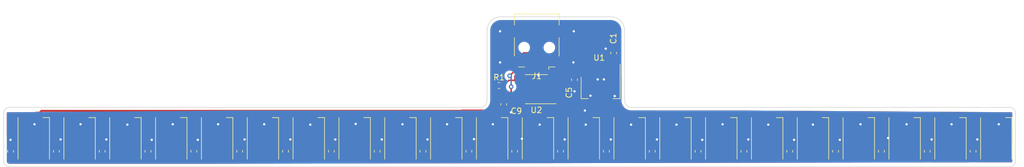
<source format=kicad_pcb>
(kicad_pcb (version 20171130) (host pcbnew "(5.1.2)-2")
  (layers (0 F.Cu signal) (31 B.Cu signal) (34 B.Paste user) (35 F.Paste user) (36 B.SilkS user) (37 F.SilkS user) (38 B.Mask user) (39 F.Mask user) (44 Edge.Cuts user))
  (net 0 "")
  (net 1 /Vin)
  (net 2 GND)
  (net 3 /Vcc)
  (net 4 /Dm)
  (net 5 /P5)
  (net 6 /P2)
  (net 7 /P1)
  (net 8 /P0)
  (net 9 /P4)
  (net 10 /P3)
  (net 11 "Net-(D2-Pad2)")
  (net 12 "Net-(D1-Pad2)")
  (module Package_SO:SOIC-8-1EP_3.9x4.9mm_P1.27mm_EP2.29x3mm (layer F.Cu) (at 157.226 68.0085 180)
    (fp_text reference U2 (at 0 -3.68) (layer F.SilkS))
    (fp_text value ATtiny85-20SU)
    (pad 8 smd roundrect (at 2.475 -1.905 180) (size 1.95 0.6) (layers F.Cu F.Paste F.Mask) (net 3 /Vcc))
    (pad 7 smd roundrect (at 2.475 -0.635 180) (size 1.95 0.6) (layers F.Cu F.Paste F.Mask) (net 6 /P2))
    (pad 6 smd roundrect (at 2.475 0.635 180) (size 1.95 0.6) (layers F.Cu F.Paste F.Mask) (net 7 /P1))
    (pad 5 smd roundrect (at 2.475 1.905 180) (size 1.95 0.6) (layers F.Cu F.Paste F.Mask) (net 8 /P0))
    (pad 4 smd roundrect (at -2.475 1.905 180) (size 1.95 0.6) (layers F.Cu F.Paste F.Mask) (net 2 GND))
    (pad 3 smd roundrect (at -2.475 0.635 180) (size 1.95 0.6) (layers F.Cu F.Paste F.Mask) (net 9 /P4))
    (pad 2 smd roundrect (at -2.475 -0.635 180) (size 1.95 0.6) (layers F.Cu F.Paste F.Mask) (net 10 /P3))
    (pad 1 smd roundrect (at -2.475 -1.905 180) (size 1.95 0.6) (layers F.Cu F.Paste F.Mask) (net 5 /P5))
    (pad 9 smd roundrect (at 0 0 180) (size 2.29 3) (layers F.Cu F.Mask) (roundrect_rratio 0.10917))
  )
  (module LED_SMD:LED_WS2812B_PLCC4_5.0x5.0mm_P3.2mm (layer F.Cu) (at 77.2985 76.6445 90)
    (fp_text reference D1 hide)
    (fp_text value WS2812B)
    (pad 3 smd rect (at 2.45 1.6 90) (size 1.5 1) (layers F.Cu F.Paste F.Mask) (net 2 GND))
    (pad 4 smd rect (at 2.45 -1.6 90) (size 1.5 1) (layers F.Cu F.Paste F.Mask) (net 4 /Dm))
    (pad 2 smd rect (at -2.45 1.6 90) (size 1.5 1) (layers F.Cu F.Paste F.Mask) (net 12 "Net-(D1-Pad2)"))
    (pad 1 smd rect (at -2.45 -1.6 90) (size 1.5 1) (layers F.Cu F.Paste F.Mask) (net 3 /Vcc))
  )
  (module LED_SMD:LED_WS2812B_PLCC4_5.0x5.0mm_P3.2mm (layer F.Cu) (at 101.3625 76.6445 90)
    (fp_text reference D2 hide)
    (fp_text value WS2812B)
    (pad 3 smd rect (at 2.45 1.6 90) (size 1.5 1) (layers F.Cu F.Paste F.Mask) (net 2 GND))
    (pad 4 smd rect (at 2.45 -1.6 90) (size 1.5 1) (layers F.Cu F.Paste F.Mask) (net 12 "Net-(D1-Pad2)"))
    (pad 2 smd rect (at -2.45 1.6 90) (size 1.5 1) (layers F.Cu F.Paste F.Mask) (net 11 "Net-(D2-Pad2)"))
    (pad 1 smd rect (at -2.45 -1.6 90) (size 1.5 1) (layers F.Cu F.Paste F.Mask) (net 3 /Vcc))
  )
  (module LED_SMD:LED_WS2812B_PLCC4_5.0x5.0mm_P3.2mm (layer F.Cu) (at 125.4225 76.6445 90)
    (fp_text reference D2 hide)
    (fp_text value WS2812B)
    (pad 3 smd rect (at 2.45 1.6 90) (size 1.5 1) (layers F.Cu F.Paste F.Mask) (net 2 GND))
    (pad 4 smd rect (at 2.45 -1.6 90) (size 1.5 1) (layers F.Cu F.Paste F.Mask) (net 12 "Net-(D1-Pad2)"))
    (pad 2 smd rect (at -2.45 1.6 90) (size 1.5 1) (layers F.Cu F.Paste F.Mask) (net 11 "Net-(D2-Pad2)"))
    (pad 1 smd rect (at -2.45 -1.6 90) (size 1.5 1) (layers F.Cu F.Paste F.Mask) (net 3 /Vcc))
  )
  (module LED_SMD:LED_WS2812B_PLCC4_5.0x5.0mm_P3.2mm (layer F.Cu) (at 205.6225 76.6445 90)
    (fp_text reference D2 hide)
    (fp_text value WS2812B)
    (pad 3 smd rect (at 2.45 1.6 90) (size 1.5 1) (layers F.Cu F.Paste F.Mask) (net 2 GND))
    (pad 4 smd rect (at 2.45 -1.6 90) (size 1.5 1) (layers F.Cu F.Paste F.Mask) (net 12 "Net-(D1-Pad2)"))
    (pad 2 smd rect (at -2.45 1.6 90) (size 1.5 1) (layers F.Cu F.Paste F.Mask) (net 11 "Net-(D2-Pad2)"))
    (pad 1 smd rect (at -2.45 -1.6 90) (size 1.5 1) (layers F.Cu F.Paste F.Mask) (net 3 /Vcc))
  )
  (module LED_SMD:LED_WS2812B_PLCC4_5.0x5.0mm_P3.2mm (layer F.Cu) (at 237.7025 76.6445 90)
    (fp_text reference D2 hide)
    (fp_text value WS2812B)
    (pad 3 smd rect (at 2.45 1.6 90) (size 1.5 1) (layers F.Cu F.Paste F.Mask) (net 2 GND))
    (pad 4 smd rect (at 2.45 -1.6 90) (size 1.5 1) (layers F.Cu F.Paste F.Mask) (net 12 "Net-(D1-Pad2)"))
    (pad 2 smd rect (at -2.45 1.6 90) (size 1.5 1) (layers F.Cu F.Paste F.Mask) (net 11 "Net-(D2-Pad2)"))
    (pad 1 smd rect (at -2.45 -1.6 90) (size 1.5 1) (layers F.Cu F.Paste F.Mask) (net 3 /Vcc))
  )
  (module LED_SMD:LED_WS2812B_PLCC4_5.0x5.0mm_P3.2mm (layer F.Cu) (at 229.6825 76.6445 90)
    (fp_text reference D2 hide)
    (fp_text value WS2812B)
    (pad 3 smd rect (at 2.45 1.6 90) (size 1.5 1) (layers F.Cu F.Paste F.Mask) (net 2 GND))
    (pad 4 smd rect (at 2.45 -1.6 90) (size 1.5 1) (layers F.Cu F.Paste F.Mask) (net 12 "Net-(D1-Pad2)"))
    (pad 2 smd rect (at -2.45 1.6 90) (size 1.5 1) (layers F.Cu F.Paste F.Mask) (net 11 "Net-(D2-Pad2)"))
    (pad 1 smd rect (at -2.45 -1.6 90) (size 1.5 1) (layers F.Cu F.Paste F.Mask) (net 3 /Vcc))
  )
  (module LED_SMD:LED_WS2812B_PLCC4_5.0x5.0mm_P3.2mm (layer F.Cu) (at 221.6625 76.6445 90)
    (fp_text reference D2 hide)
    (fp_text value WS2812B)
    (pad 3 smd rect (at 2.45 1.6 90) (size 1.5 1) (layers F.Cu F.Paste F.Mask) (net 2 GND))
    (pad 4 smd rect (at 2.45 -1.6 90) (size 1.5 1) (layers F.Cu F.Paste F.Mask) (net 12 "Net-(D1-Pad2)"))
    (pad 2 smd rect (at -2.45 1.6 90) (size 1.5 1) (layers F.Cu F.Paste F.Mask) (net 11 "Net-(D2-Pad2)"))
    (pad 1 smd rect (at -2.45 -1.6 90) (size 1.5 1) (layers F.Cu F.Paste F.Mask) (net 3 /Vcc))
  )
  (module LED_SMD:LED_WS2812B_PLCC4_5.0x5.0mm_P3.2mm (layer F.Cu) (at 213.6425 76.6445 90)
    (fp_text reference D2 hide)
    (fp_text value WS2812B)
    (pad 3 smd rect (at 2.45 1.6 90) (size 1.5 1) (layers F.Cu F.Paste F.Mask) (net 2 GND))
    (pad 4 smd rect (at 2.45 -1.6 90) (size 1.5 1) (layers F.Cu F.Paste F.Mask) (net 12 "Net-(D1-Pad2)"))
    (pad 2 smd rect (at -2.45 1.6 90) (size 1.5 1) (layers F.Cu F.Paste F.Mask) (net 11 "Net-(D2-Pad2)"))
    (pad 1 smd rect (at -2.45 -1.6 90) (size 1.5 1) (layers F.Cu F.Paste F.Mask) (net 3 /Vcc))
  )
  (module LED_SMD:LED_WS2812B_PLCC4_5.0x5.0mm_P3.2mm (layer F.Cu) (at 197.6025 76.6445 90)
    (fp_text reference D2 hide)
    (fp_text value WS2812B)
    (pad 3 smd rect (at 2.45 1.6 90) (size 1.5 1) (layers F.Cu F.Paste F.Mask) (net 2 GND))
    (pad 4 smd rect (at 2.45 -1.6 90) (size 1.5 1) (layers F.Cu F.Paste F.Mask) (net 12 "Net-(D1-Pad2)"))
    (pad 2 smd rect (at -2.45 1.6 90) (size 1.5 1) (layers F.Cu F.Paste F.Mask) (net 11 "Net-(D2-Pad2)"))
    (pad 1 smd rect (at -2.45 -1.6 90) (size 1.5 1) (layers F.Cu F.Paste F.Mask) (net 3 /Vcc))
  )
  (module LED_SMD:LED_WS2812B_PLCC4_5.0x5.0mm_P3.2mm (layer F.Cu) (at 189.5825 76.6445 90)
    (fp_text reference D2 hide)
    (fp_text value WS2812B)
    (pad 3 smd rect (at 2.45 1.6 90) (size 1.5 1) (layers F.Cu F.Paste F.Mask) (net 2 GND))
    (pad 4 smd rect (at 2.45 -1.6 90) (size 1.5 1) (layers F.Cu F.Paste F.Mask) (net 12 "Net-(D1-Pad2)"))
    (pad 2 smd rect (at -2.45 1.6 90) (size 1.5 1) (layers F.Cu F.Paste F.Mask) (net 11 "Net-(D2-Pad2)"))
    (pad 1 smd rect (at -2.45 -1.6 90) (size 1.5 1) (layers F.Cu F.Paste F.Mask) (net 3 /Vcc))
  )
  (module LED_SMD:LED_WS2812B_PLCC4_5.0x5.0mm_P3.2mm (layer F.Cu) (at 181.5625 76.6445 90)
    (fp_text reference D2 hide)
    (fp_text value WS2812B)
    (pad 3 smd rect (at 2.45 1.6 90) (size 1.5 1) (layers F.Cu F.Paste F.Mask) (net 2 GND))
    (pad 4 smd rect (at 2.45 -1.6 90) (size 1.5 1) (layers F.Cu F.Paste F.Mask) (net 12 "Net-(D1-Pad2)"))
    (pad 2 smd rect (at -2.45 1.6 90) (size 1.5 1) (layers F.Cu F.Paste F.Mask) (net 11 "Net-(D2-Pad2)"))
    (pad 1 smd rect (at -2.45 -1.6 90) (size 1.5 1) (layers F.Cu F.Paste F.Mask) (net 3 /Vcc))
  )
  (module LED_SMD:LED_WS2812B_PLCC4_5.0x5.0mm_P3.2mm (layer F.Cu) (at 173.5425 76.6445 90)
    (fp_text reference D2 hide)
    (fp_text value WS2812B)
    (pad 3 smd rect (at 2.45 1.6 90) (size 1.5 1) (layers F.Cu F.Paste F.Mask) (net 2 GND))
    (pad 4 smd rect (at 2.45 -1.6 90) (size 1.5 1) (layers F.Cu F.Paste F.Mask) (net 12 "Net-(D1-Pad2)"))
    (pad 2 smd rect (at -2.45 1.6 90) (size 1.5 1) (layers F.Cu F.Paste F.Mask) (net 11 "Net-(D2-Pad2)"))
    (pad 1 smd rect (at -2.45 -1.6 90) (size 1.5 1) (layers F.Cu F.Paste F.Mask) (net 3 /Vcc))
  )
  (module LED_SMD:LED_WS2812B_PLCC4_5.0x5.0mm_P3.2mm (layer F.Cu) (at 165.5225 76.6445 90)
    (fp_text reference D2 hide)
    (fp_text value WS2812B)
    (pad 3 smd rect (at 2.45 1.6 90) (size 1.5 1) (layers F.Cu F.Paste F.Mask) (net 2 GND))
    (pad 4 smd rect (at 2.45 -1.6 90) (size 1.5 1) (layers F.Cu F.Paste F.Mask) (net 12 "Net-(D1-Pad2)"))
    (pad 2 smd rect (at -2.45 1.6 90) (size 1.5 1) (layers F.Cu F.Paste F.Mask) (net 11 "Net-(D2-Pad2)"))
    (pad 1 smd rect (at -2.45 -1.6 90) (size 1.5 1) (layers F.Cu F.Paste F.Mask) (net 3 /Vcc))
  )
  (module LED_SMD:LED_WS2812B_PLCC4_5.0x5.0mm_P3.2mm (layer F.Cu) (at 157.5025 76.6445 90)
    (fp_text reference D2 hide)
    (fp_text value WS2812B)
    (pad 3 smd rect (at 2.45 1.6 90) (size 1.5 1) (layers F.Cu F.Paste F.Mask) (net 2 GND))
    (pad 4 smd rect (at 2.45 -1.6 90) (size 1.5 1) (layers F.Cu F.Paste F.Mask) (net 12 "Net-(D1-Pad2)"))
    (pad 2 smd rect (at -2.45 1.6 90) (size 1.5 1) (layers F.Cu F.Paste F.Mask) (net 11 "Net-(D2-Pad2)"))
    (pad 1 smd rect (at -2.45 -1.6 90) (size 1.5 1) (layers F.Cu F.Paste F.Mask) (net 3 /Vcc))
  )
  (module LED_SMD:LED_WS2812B_PLCC4_5.0x5.0mm_P3.2mm (layer F.Cu) (at 149.4825 76.6445 90)
    (fp_text reference D2 hide)
    (fp_text value WS2812B)
    (pad 3 smd rect (at 2.45 1.6 90) (size 1.5 1) (layers F.Cu F.Paste F.Mask) (net 2 GND))
    (pad 4 smd rect (at 2.45 -1.6 90) (size 1.5 1) (layers F.Cu F.Paste F.Mask) (net 12 "Net-(D1-Pad2)"))
    (pad 2 smd rect (at -2.45 1.6 90) (size 1.5 1) (layers F.Cu F.Paste F.Mask) (net 11 "Net-(D2-Pad2)"))
    (pad 1 smd rect (at -2.45 -1.6 90) (size 1.5 1) (layers F.Cu F.Paste F.Mask) (net 3 /Vcc))
  )
  (module LED_SMD:LED_WS2812B_PLCC4_5.0x5.0mm_P3.2mm (layer F.Cu) (at 141.4625 76.6445 90)
    (fp_text reference D2 hide)
    (fp_text value WS2812B)
    (pad 3 smd rect (at 2.45 1.6 90) (size 1.5 1) (layers F.Cu F.Paste F.Mask) (net 2 GND))
    (pad 4 smd rect (at 2.45 -1.6 90) (size 1.5 1) (layers F.Cu F.Paste F.Mask) (net 12 "Net-(D1-Pad2)"))
    (pad 2 smd rect (at -2.45 1.6 90) (size 1.5 1) (layers F.Cu F.Paste F.Mask) (net 11 "Net-(D2-Pad2)"))
    (pad 1 smd rect (at -2.45 -1.6 90) (size 1.5 1) (layers F.Cu F.Paste F.Mask) (net 3 /Vcc))
  )
  (module LED_SMD:LED_WS2812B_PLCC4_5.0x5.0mm_P3.2mm (layer F.Cu) (at 133.4425 76.6445 90)
    (fp_text reference D2 hide)
    (fp_text value WS2812B)
    (pad 3 smd rect (at 2.45 1.6 90) (size 1.5 1) (layers F.Cu F.Paste F.Mask) (net 2 GND))
    (pad 4 smd rect (at 2.45 -1.6 90) (size 1.5 1) (layers F.Cu F.Paste F.Mask) (net 12 "Net-(D1-Pad2)"))
    (pad 2 smd rect (at -2.45 1.6 90) (size 1.5 1) (layers F.Cu F.Paste F.Mask) (net 11 "Net-(D2-Pad2)"))
    (pad 1 smd rect (at -2.45 -1.6 90) (size 1.5 1) (layers F.Cu F.Paste F.Mask) (net 3 /Vcc))
  )
  (module LED_SMD:LED_WS2812B_PLCC4_5.0x5.0mm_P3.2mm (layer F.Cu) (at 117.4025 76.6445 90)
    (fp_text reference D2 hide)
    (fp_text value WS2812B)
    (pad 3 smd rect (at 2.45 1.6 90) (size 1.5 1) (layers F.Cu F.Paste F.Mask) (net 2 GND))
    (pad 4 smd rect (at 2.45 -1.6 90) (size 1.5 1) (layers F.Cu F.Paste F.Mask) (net 12 "Net-(D1-Pad2)"))
    (pad 2 smd rect (at -2.45 1.6 90) (size 1.5 1) (layers F.Cu F.Paste F.Mask) (net 11 "Net-(D2-Pad2)"))
    (pad 1 smd rect (at -2.45 -1.6 90) (size 1.5 1) (layers F.Cu F.Paste F.Mask) (net 3 /Vcc))
  )
  (module LED_SMD:LED_WS2812B_PLCC4_5.0x5.0mm_P3.2mm (layer F.Cu) (at 109.3825 76.6445 90)
    (fp_text reference D2 hide)
    (fp_text value WS2812B)
    (pad 3 smd rect (at 2.45 1.6 90) (size 1.5 1) (layers F.Cu F.Paste F.Mask) (net 2 GND))
    (pad 4 smd rect (at 2.45 -1.6 90) (size 1.5 1) (layers F.Cu F.Paste F.Mask) (net 12 "Net-(D1-Pad2)"))
    (pad 2 smd rect (at -2.45 1.6 90) (size 1.5 1) (layers F.Cu F.Paste F.Mask) (net 11 "Net-(D2-Pad2)"))
    (pad 1 smd rect (at -2.45 -1.6 90) (size 1.5 1) (layers F.Cu F.Paste F.Mask) (net 3 /Vcc))
  )
  (module LED_SMD:LED_WS2812B_PLCC4_5.0x5.0mm_P3.2mm (layer F.Cu) (at 93.3425 76.6445 90)
    (fp_text reference D2 hide)
    (fp_text value WS2812B)
    (pad 3 smd rect (at 2.45 1.6 90) (size 1.5 1) (layers F.Cu F.Paste F.Mask) (net 2 GND))
    (pad 4 smd rect (at 2.45 -1.6 90) (size 1.5 1) (layers F.Cu F.Paste F.Mask) (net 12 "Net-(D1-Pad2)"))
    (pad 2 smd rect (at -2.45 1.6 90) (size 1.5 1) (layers F.Cu F.Paste F.Mask) (net 11 "Net-(D2-Pad2)"))
    (pad 1 smd rect (at -2.45 -1.6 90) (size 1.5 1) (layers F.Cu F.Paste F.Mask) (net 3 /Vcc))
  )
  (module LED_SMD:LED_WS2812B_PLCC4_5.0x5.0mm_P3.2mm (layer F.Cu) (at 85.3225 76.6445 90)
    (fp_text reference D2 hide)
    (fp_text value WS2812B)
    (pad 3 smd rect (at 2.45 1.6 90) (size 1.5 1) (layers F.Cu F.Paste F.Mask) (net 2 GND))
    (pad 4 smd rect (at 2.45 -1.6 90) (size 1.5 1) (layers F.Cu F.Paste F.Mask) (net 12 "Net-(D1-Pad2)"))
    (pad 2 smd rect (at -2.45 1.6 90) (size 1.5 1) (layers F.Cu F.Paste F.Mask) (net 11 "Net-(D2-Pad2)"))
    (pad 1 smd rect (at -2.45 -1.6 90) (size 1.5 1) (layers F.Cu F.Paste F.Mask) (net 3 /Vcc))
  )
  (module Capacitor_SMD:C_0603_1608Metric (layer F.Cu) (at 233.6345 78.905 270)
    (fp_text reference C2 hide)
    (fp_text value 1u)
    (pad 1 smd roundrect (at -0.7875 0 270) (size 0.875 0.95) (layers F.Cu F.Paste F.Mask) (net 2 GND))
    (pad 2 smd roundrect (at 0.7875 0 270) (size 0.875 0.95) (layers F.Cu F.Paste F.Mask) (net 3 /Vcc))
  )
  (module Capacitor_SMD:C_0603_1608Metric (layer F.Cu) (at 225.6145 78.905 270)
    (fp_text reference C2 hide)
    (fp_text value 1u)
    (pad 1 smd roundrect (at -0.7875 0 270) (size 0.875 0.95) (layers F.Cu F.Paste F.Mask) (net 2 GND))
    (pad 2 smd roundrect (at 0.7875 0 270) (size 0.875 0.95) (layers F.Cu F.Paste F.Mask) (net 3 /Vcc))
  )
  (module Capacitor_SMD:C_0603_1608Metric (layer F.Cu) (at 217.5945 78.905 270)
    (fp_text reference C2 hide)
    (fp_text value 1u)
    (pad 1 smd roundrect (at -0.7875 0 270) (size 0.875 0.95) (layers F.Cu F.Paste F.Mask) (net 2 GND))
    (pad 2 smd roundrect (at 0.7875 0 270) (size 0.875 0.95) (layers F.Cu F.Paste F.Mask) (net 3 /Vcc))
  )
  (module Capacitor_SMD:C_0603_1608Metric (layer F.Cu) (at 209.5745 78.905 270)
    (fp_text reference C2 hide)
    (fp_text value 1u)
    (pad 1 smd roundrect (at -0.7875 0 270) (size 0.875 0.95) (layers F.Cu F.Paste F.Mask) (net 2 GND))
    (pad 2 smd roundrect (at 0.7875 0 270) (size 0.875 0.95) (layers F.Cu F.Paste F.Mask) (net 3 /Vcc))
  )
  (module Capacitor_SMD:C_0603_1608Metric (layer F.Cu) (at 201.5545 78.905 270)
    (fp_text reference C2 hide)
    (fp_text value 1u)
    (pad 1 smd roundrect (at -0.7875 0 270) (size 0.875 0.95) (layers F.Cu F.Paste F.Mask) (net 2 GND))
    (pad 2 smd roundrect (at 0.7875 0 270) (size 0.875 0.95) (layers F.Cu F.Paste F.Mask) (net 3 /Vcc))
  )
  (module Capacitor_SMD:C_0603_1608Metric (layer F.Cu) (at 193.5345 78.905 270)
    (fp_text reference C2 hide)
    (fp_text value 1u)
    (pad 1 smd roundrect (at -0.7875 0 270) (size 0.875 0.95) (layers F.Cu F.Paste F.Mask) (net 2 GND))
    (pad 2 smd roundrect (at 0.7875 0 270) (size 0.875 0.95) (layers F.Cu F.Paste F.Mask) (net 3 /Vcc))
  )
  (module Capacitor_SMD:C_0603_1608Metric (layer F.Cu) (at 185.5145 78.905 270)
    (fp_text reference C2 hide)
    (fp_text value 1u)
    (pad 1 smd roundrect (at -0.7875 0 270) (size 0.875 0.95) (layers F.Cu F.Paste F.Mask) (net 2 GND))
    (pad 2 smd roundrect (at 0.7875 0 270) (size 0.875 0.95) (layers F.Cu F.Paste F.Mask) (net 3 /Vcc))
  )
  (module Capacitor_SMD:C_0603_1608Metric (layer F.Cu) (at 177.4945 78.905 270)
    (fp_text reference C2 hide)
    (fp_text value 1u)
    (pad 1 smd roundrect (at -0.7875 0 270) (size 0.875 0.95) (layers F.Cu F.Paste F.Mask) (net 2 GND))
    (pad 2 smd roundrect (at 0.7875 0 270) (size 0.875 0.95) (layers F.Cu F.Paste F.Mask) (net 3 /Vcc))
  )
  (module Capacitor_SMD:C_0603_1608Metric (layer F.Cu) (at 169.4745 78.905 270)
    (fp_text reference C2 hide)
    (fp_text value 1u)
    (pad 1 smd roundrect (at -0.7875 0 270) (size 0.875 0.95) (layers F.Cu F.Paste F.Mask) (net 2 GND))
    (pad 2 smd roundrect (at 0.7875 0 270) (size 0.875 0.95) (layers F.Cu F.Paste F.Mask) (net 3 /Vcc))
  )
  (module Capacitor_SMD:C_0603_1608Metric (layer F.Cu) (at 161.4545 78.905 270)
    (fp_text reference C2 hide)
    (fp_text value 1u)
    (pad 1 smd roundrect (at -0.7875 0 270) (size 0.875 0.95) (layers F.Cu F.Paste F.Mask) (net 2 GND))
    (pad 2 smd roundrect (at 0.7875 0 270) (size 0.875 0.95) (layers F.Cu F.Paste F.Mask) (net 3 /Vcc))
  )
  (module Capacitor_SMD:C_0603_1608Metric (layer F.Cu) (at 153.4345 78.905 270)
    (fp_text reference C2 hide)
    (fp_text value 1u)
    (pad 1 smd roundrect (at -0.7875 0 270) (size 0.875 0.95) (layers F.Cu F.Paste F.Mask) (net 2 GND))
    (pad 2 smd roundrect (at 0.7875 0 270) (size 0.875 0.95) (layers F.Cu F.Paste F.Mask) (net 3 /Vcc))
  )
  (module Capacitor_SMD:C_0603_1608Metric (layer F.Cu) (at 145.4145 78.905 270)
    (fp_text reference C2 hide)
    (fp_text value 1u)
    (pad 1 smd roundrect (at -0.7875 0 270) (size 0.875 0.95) (layers F.Cu F.Paste F.Mask) (net 2 GND))
    (pad 2 smd roundrect (at 0.7875 0 270) (size 0.875 0.95) (layers F.Cu F.Paste F.Mask) (net 3 /Vcc))
  )
  (module Capacitor_SMD:C_0603_1608Metric (layer F.Cu) (at 137.3945 78.905 270)
    (fp_text reference C2 hide)
    (fp_text value 1u)
    (pad 1 smd roundrect (at -0.7875 0 270) (size 0.875 0.95) (layers F.Cu F.Paste F.Mask) (net 2 GND))
    (pad 2 smd roundrect (at 0.7875 0 270) (size 0.875 0.95) (layers F.Cu F.Paste F.Mask) (net 3 /Vcc))
  )
  (module Capacitor_SMD:C_0603_1608Metric (layer F.Cu) (at 129.3745 78.905 270)
    (fp_text reference C2 hide)
    (fp_text value 1u)
    (pad 1 smd roundrect (at -0.7875 0 270) (size 0.875 0.95) (layers F.Cu F.Paste F.Mask) (net 2 GND))
    (pad 2 smd roundrect (at 0.7875 0 270) (size 0.875 0.95) (layers F.Cu F.Paste F.Mask) (net 3 /Vcc))
  )
  (module Capacitor_SMD:C_0603_1608Metric (layer F.Cu) (at 121.3545 78.905 270)
    (fp_text reference C2 hide)
    (fp_text value 1u)
    (pad 1 smd roundrect (at -0.7875 0 270) (size 0.875 0.95) (layers F.Cu F.Paste F.Mask) (net 2 GND))
    (pad 2 smd roundrect (at 0.7875 0 270) (size 0.875 0.95) (layers F.Cu F.Paste F.Mask) (net 3 /Vcc))
  )
  (module Capacitor_SMD:C_0603_1608Metric (layer F.Cu) (at 113.3345 78.905 270)
    (fp_text reference C2 hide)
    (fp_text value 1u)
    (pad 1 smd roundrect (at -0.7875 0 270) (size 0.875 0.95) (layers F.Cu F.Paste F.Mask) (net 2 GND))
    (pad 2 smd roundrect (at 0.7875 0 270) (size 0.875 0.95) (layers F.Cu F.Paste F.Mask) (net 3 /Vcc))
  )
  (module Capacitor_SMD:C_0603_1608Metric (layer F.Cu) (at 105.3145 78.905 270)
    (fp_text reference C2 hide)
    (fp_text value 1u)
    (pad 1 smd roundrect (at -0.7875 0 270) (size 0.875 0.95) (layers F.Cu F.Paste F.Mask) (net 2 GND))
    (pad 2 smd roundrect (at 0.7875 0 270) (size 0.875 0.95) (layers F.Cu F.Paste F.Mask) (net 3 /Vcc))
  )
  (module Capacitor_SMD:C_0603_1608Metric (layer F.Cu) (at 97.2945 78.905 270)
    (fp_text reference C2 hide)
    (fp_text value 1u)
    (pad 1 smd roundrect (at -0.7875 0 270) (size 0.875 0.95) (layers F.Cu F.Paste F.Mask) (net 2 GND))
    (pad 2 smd roundrect (at 0.7875 0 270) (size 0.875 0.95) (layers F.Cu F.Paste F.Mask) (net 3 /Vcc))
  )
  (module Capacitor_SMD:C_0603_1608Metric (layer F.Cu) (at 89.2745 78.905 270)
    (fp_text reference C2 hide)
    (fp_text value 1u)
    (pad 1 smd roundrect (at -0.7875 0 270) (size 0.875 0.95) (layers F.Cu F.Paste F.Mask) (net 2 GND))
    (pad 2 smd roundrect (at 0.7875 0 270) (size 0.875 0.95) (layers F.Cu F.Paste F.Mask) (net 3 /Vcc))
  )
  (module Capacitor_SMD:C_0603_1608Metric (layer F.Cu) (at 81.2545 78.905 270)
    (fp_text reference C2 hide)
    (fp_text value 1u)
    (pad 1 smd roundrect (at -0.7875 0 270) (size 0.875 0.95) (layers F.Cu F.Paste F.Mask) (net 2 GND))
    (pad 2 smd roundrect (at 0.7875 0 270) (size 0.875 0.95) (layers F.Cu F.Paste F.Mask) (net 3 /Vcc))
  )
  (module Capacitor_SMD:C_0603_1608Metric (layer F.Cu) (at 73.2345 78.905 270)
    (fp_text reference C2 hide)
    (fp_text value 1u)
    (pad 1 smd roundrect (at -0.7875 0 270) (size 0.875 0.95) (layers F.Cu F.Paste F.Mask) (net 2 GND))
    (pad 2 smd roundrect (at 0.7875 0 270) (size 0.875 0.95) (layers F.Cu F.Paste F.Mask) (net 3 /Vcc))
  )
  (module Package_TO_SOT_SMD:SOT-223-3_TabPin2 (layer F.Cu) (at 168.4655 67.7545 270)
    (fp_text reference U1 (at -5.2705 0.254 180) (layer F.SilkS))
    (fp_text value LM7805_TO220)
    (pad 1 smd rect (at -3.15 -2.3 270) (size 2 1.5) (layers F.Cu F.Paste F.Mask) (net 1 /Vin))
    (pad 3 smd rect (at -3.15 2.3 270) (size 2 1.5) (layers F.Cu F.Paste F.Mask) (net 3 /Vcc))
    (pad 2 smd rect (at -3.15 0 270) (size 2 1.5) (layers F.Cu F.Paste F.Mask) (net 2 GND))
    (pad 2 smd rect (at 3.15 0 270) (size 2 3.8) (layers F.Cu F.Paste F.Mask) (net 2 GND))
  )
  (module Resistor_SMD:R_0603_1608Metric (layer F.Cu) (at 150.6855 67.3735)
    (fp_text reference R1 (at 0 -1.43) (layer F.SilkS))
    (fp_text value 200)
    (pad 2 smd roundrect (at 0.7875 0) (size 0.875 0.95) (layers F.Cu F.Paste F.Mask) (net 7 /P1))
    (pad 1 smd roundrect (at -0.7875 0) (size 0.875 0.95) (layers F.Cu F.Paste F.Mask) (net 4 /Dm))
  )
  (module Connector_USB:USB_Mini-B_Lumberg_2486_01_Horizontal (layer F.Cu) (at 157.2895 60.706 180)
    (fp_text reference J1 (at 0 -5) (layer F.SilkS))
    (fp_text value Conn_01x06_Female)
    (pad "" np_thru_hole circle (at 2.2 0 180) (size 1 1) (drill 1) (layers *.Cu *.Mask))
    (pad "" np_thru_hole circle (at -2.2 0 180) (size 1 1) (drill 1) (layers *.Cu *.Mask))
    (pad 6 smd rect (at 4.45 2.85 180) (size 2 1.7) (layers F.Cu F.Paste F.Mask) (net 2 GND))
    (pad 6 smd rect (at 4.45 -2.6 180) (size 2 1.7) (layers F.Cu F.Paste F.Mask) (net 2 GND))
    (pad 6 smd rect (at -4.45 2.85 180) (size 2 1.7) (layers F.Cu F.Paste F.Mask) (net 2 GND))
    (pad 6 smd rect (at -4.45 -2.6 180) (size 2 1.7) (layers F.Cu F.Paste F.Mask) (net 2 GND))
    (pad 5 smd rect (at 1.6 -2.7 180) (size 0.5 2) (layers F.Cu F.Paste F.Mask) (net 8 /P0))
    (pad 4 smd rect (at 0.8 -2.7 180) (size 0.5 2) (layers F.Cu F.Paste F.Mask) (net 7 /P1))
    (pad 3 smd rect (at 0 -2.7 180) (size 0.5 2) (layers F.Cu F.Paste F.Mask) (net 6 /P2))
    (pad 2 smd rect (at -0.8 -2.7 180) (size 0.5 2) (layers F.Cu F.Paste F.Mask) (net 5 /P5))
    (pad 1 smd rect (at -1.6 -2.7 180) (size 0.5 2) (layers F.Cu F.Paste F.Mask) (net 1 /Vin))
  )
  (module LED_SMD:LED_WS2812B_PLCC4_5.0x5.0mm_P3.2mm (layer F.Cu) (at 69.2785 76.6445 90)
    (fp_text reference D1 hide)
    (fp_text value WS2812B)
    (pad 1 smd rect (at -2.45 -1.6 90) (size 1.5 1) (layers F.Cu F.Paste F.Mask) (net 3 /Vcc))
    (pad 2 smd rect (at -2.45 1.6 90) (size 1.5 1) (layers F.Cu F.Paste F.Mask) (net 12 "Net-(D1-Pad2)"))
    (pad 4 smd rect (at 2.45 -1.6 90) (size 1.5 1) (layers F.Cu F.Paste F.Mask) (net 4 /Dm))
    (pad 3 smd rect (at 2.45 1.6 90) (size 1.5 1) (layers F.Cu F.Paste F.Mask) (net 2 GND))
  )
  (module Capacitor_SMD:C_0603_1608Metric (layer F.Cu) (at 151.511 70.6755 270)
    (fp_text reference C9 (at 1.1684 -2.2098 180) (layer F.SilkS))
    (fp_text value 22u)
    (pad 2 smd roundrect (at 0.7875 0 270) (size 0.875 0.95) (layers F.Cu F.Paste F.Mask) (net 2 GND))
    (pad 1 smd roundrect (at -0.7875 0 270) (size 0.875 0.95) (layers F.Cu F.Paste F.Mask) (net 3 /Vcc))
  )
  (module Capacitor_SMD:C_0603_1608Metric (layer F.Cu) (at 163.8935 66.3575 270)
    (fp_text reference C5 (at 2.2606 0.9525 90) (layer F.SilkS))
    (fp_text value 22u)
    (pad 2 smd roundrect (at 0.7875 0 270) (size 0.875 0.95) (layers F.Cu F.Paste F.Mask) (net 2 GND))
    (pad 1 smd roundrect (at -0.7875 0 270) (size 0.875 0.95) (layers F.Cu F.Paste F.Mask) (net 3 /Vcc))
  )
  (module Capacitor_SMD:C_0603_1608Metric (layer F.Cu) (at 65.2145 78.905 270)
    (fp_text reference C2 hide)
    (fp_text value 1u hide)
    (pad 2 smd roundrect (at 0.7875 0 270) (size 0.875 0.95) (layers F.Cu F.Paste F.Mask) (net 3 /Vcc))
    (pad 1 smd roundrect (at -0.7875 0 270) (size 0.875 0.95) (layers F.Cu F.Paste F.Mask) (net 2 GND))
  )
  (module Capacitor_SMD:C_0603_1608Metric (layer F.Cu) (at 170.7515 61.684 90)
    (fp_text reference C1 (at 2.5782 -0.0508 90) (layer F.SilkS))
    (fp_text value 22u)
    (pad 2 smd roundrect (at 0.7875 0 90) (size 0.875 0.95) (layers F.Cu F.Paste F.Mask) (net 2 GND))
    (pad 1 smd roundrect (at -0.7875 0 90) (size 0.875 0.95) (layers F.Cu F.Paste F.Mask) (net 1 /Vin))
  )
  (gr_arc (start 240.0427 72.2028) (end 241.0427 72.2028) (angle -90) (layer Edge.Cuts) (width 0.1))
  (gr_arc (start 240.0427 80.6483) (end 240.0427 81.6483) (angle -90) (layer Edge.Cuts) (width 0.1))
  (gr_arc (start 65.008 72.1995) (end 65.008 71.1995) (angle -90) (layer Edge.Cuts) (width 0.1))
  (gr_arc (start 65.008 80.645) (end 64.008 80.645) (angle -90) (layer Edge.Cuts) (width 0.1))
  (gr_line (start 65.008 71.1995) (end 147.3835 71.2) (layer Edge.Cuts) (width 0.1))
  (gr_line (start 173.863 71.2) (end 240.0427 71.2028) (layer Edge.Cuts) (width 0.1))
  (gr_line (start 241.0427 80.6483) (end 241.0427 72.2028) (layer Edge.Cuts) (width 0.1))
  (gr_line (start 65.008 81.645) (end 240.0427 81.6483) (layer Edge.Cuts) (width 0.1))
  (gr_line (start 64.008 72.1995) (end 64.008 80.645) (layer Edge.Cuts) (width 0.1))
  (gr_line (start 172.6565 57.7215) (end 172.6565 69.9935) (layer Edge.Cuts) (width 0.1))
  (gr_line (start 151.003 55.3085) (end 170.2435 55.3085) (layer Edge.Cuts) (width 0.1))
  (gr_line (start 148.59 69.9935) (end 148.59 57.7215) (layer Edge.Cuts) (width 0.1))
  (gr_arc (start 151.003 57.7215) (end 151.003 55.3085) (angle -90) (layer Edge.Cuts) (width 0.1))
  (gr_arc (start 170.2435 57.7215) (end 172.6565 57.7215) (angle -90) (layer Edge.Cuts) (width 0.1))
  (gr_arc (start 173.863 69.9935) (end 173.863 71.2) (angle 90) (layer Edge.Cuts) (width 0.1))
  (gr_arc (start 147.3835 69.9935) (end 147.3835 71.2) (angle -90) (layer Edge.Cuts) (width 0.1))
  (segment (start 75.5285 74.1945) (end 75.7025 74.1945) (width 0.25) (layer F.Cu) (net 0))
  (segment (start 70.8785 78.8445) (end 75.5285 74.1945) (width 0.25) (layer F.Cu) (net 0))
  (segment (start 70.8785 79.0945) (end 70.8785 78.8445) (width 0.25) (layer F.Cu) (net 0))
  (segment (start 91.5685 74.1945) (end 91.7425 74.1945) (width 0.25) (layer F.Cu) (net 0))
  (segment (start 99.5885 74.1945) (end 99.7625 74.1945) (width 0.25) (layer F.Cu) (net 0))
  (segment (start 107.6085 74.1945) (end 107.7825 74.1945) (width 0.25) (layer F.Cu) (net 0))
  (segment (start 115.6285 74.1945) (end 115.8025 74.1945) (width 0.25) (layer F.Cu) (net 0))
  (segment (start 123.6485 74.1945) (end 123.8225 74.1945) (width 0.25) (layer F.Cu) (net 0))
  (segment (start 131.6685 74.1945) (end 131.8425 74.1945) (width 0.25) (layer F.Cu) (net 0))
  (segment (start 139.6885 74.1945) (end 139.8625 74.1945) (width 0.25) (layer F.Cu) (net 0))
  (segment (start 147.7085 74.1945) (end 147.8825 74.1945) (width 0.25) (layer F.Cu) (net 0))
  (segment (start 155.7285 74.1945) (end 155.9025 74.1945) (width 0.25) (layer F.Cu) (net 0))
  (segment (start 163.7485 74.1945) (end 163.9225 74.1945) (width 0.25) (layer F.Cu) (net 0))
  (segment (start 171.7685 74.1945) (end 171.9425 74.1945) (width 0.25) (layer F.Cu) (net 0))
  (segment (start 179.7885 74.1945) (end 179.9625 74.1945) (width 0.25) (layer F.Cu) (net 0))
  (segment (start 187.8085 74.1945) (end 187.9825 74.1945) (width 0.25) (layer F.Cu) (net 0))
  (segment (start 195.8285 74.1945) (end 196.0025 74.1945) (width 0.25) (layer F.Cu) (net 0))
  (segment (start 203.8485 74.1945) (end 204.0225 74.1945) (width 0.25) (layer F.Cu) (net 0))
  (segment (start 211.8685 74.1945) (end 212.0425 74.1945) (width 0.25) (layer F.Cu) (net 0))
  (segment (start 219.8885 74.1945) (end 220.0625 74.1945) (width 0.25) (layer F.Cu) (net 0))
  (segment (start 227.9085 74.1945) (end 228.0825 74.1945) (width 0.25) (layer F.Cu) (net 0))
  (segment (start 235.9285 74.1945) (end 236.1025 74.1945) (width 0.25) (layer F.Cu) (net 0))
  (segment (start 86.9185 78.8445) (end 91.5685 74.1945) (width 0.25) (layer F.Cu) (net 0))
  (segment (start 94.9385 78.8445) (end 99.5885 74.1945) (width 0.25) (layer F.Cu) (net 0))
  (segment (start 102.9585 78.8445) (end 107.6085 74.1945) (width 0.25) (layer F.Cu) (net 0))
  (segment (start 110.9785 78.8445) (end 115.6285 74.1945) (width 0.25) (layer F.Cu) (net 0))
  (segment (start 118.9985 78.8445) (end 123.6485 74.1945) (width 0.25) (layer F.Cu) (net 0))
  (segment (start 127.0185 78.8445) (end 131.6685 74.1945) (width 0.25) (layer F.Cu) (net 0))
  (segment (start 135.0385 78.8445) (end 139.6885 74.1945) (width 0.25) (layer F.Cu) (net 0))
  (segment (start 143.0585 78.8445) (end 147.7085 74.1945) (width 0.25) (layer F.Cu) (net 0))
  (segment (start 151.0785 78.8445) (end 155.7285 74.1945) (width 0.25) (layer F.Cu) (net 0))
  (segment (start 159.0985 78.8445) (end 163.7485 74.1945) (width 0.25) (layer F.Cu) (net 0))
  (segment (start 167.1185 78.8445) (end 171.7685 74.1945) (width 0.25) (layer F.Cu) (net 0))
  (segment (start 175.1385 78.8445) (end 179.7885 74.1945) (width 0.25) (layer F.Cu) (net 0))
  (segment (start 183.1585 78.8445) (end 187.8085 74.1945) (width 0.25) (layer F.Cu) (net 0))
  (segment (start 191.1785 78.8445) (end 195.8285 74.1945) (width 0.25) (layer F.Cu) (net 0))
  (segment (start 199.1985 78.8445) (end 203.8485 74.1945) (width 0.25) (layer F.Cu) (net 0))
  (segment (start 207.2185 78.8445) (end 211.8685 74.1945) (width 0.25) (layer F.Cu) (net 0))
  (segment (start 215.2385 78.8445) (end 219.8885 74.1945) (width 0.25) (layer F.Cu) (net 0))
  (segment (start 223.2585 78.8445) (end 227.9085 74.1945) (width 0.25) (layer F.Cu) (net 0))
  (segment (start 231.2785 78.8445) (end 235.9285 74.1945) (width 0.25) (layer F.Cu) (net 0))
  (segment (start 86.9185 79.0945) (end 86.9185 78.8445) (width 0.25) (layer F.Cu) (net 0))
  (segment (start 94.9385 79.0945) (end 94.9385 78.8445) (width 0.25) (layer F.Cu) (net 0))
  (segment (start 102.9585 79.0945) (end 102.9585 78.8445) (width 0.25) (layer F.Cu) (net 0))
  (segment (start 110.9785 79.0945) (end 110.9785 78.8445) (width 0.25) (layer F.Cu) (net 0))
  (segment (start 118.9985 79.0945) (end 118.9985 78.8445) (width 0.25) (layer F.Cu) (net 0))
  (segment (start 127.0185 79.0945) (end 127.0185 78.8445) (width 0.25) (layer F.Cu) (net 0))
  (segment (start 135.0385 79.0945) (end 135.0385 78.8445) (width 0.25) (layer F.Cu) (net 0))
  (segment (start 143.0585 79.0945) (end 143.0585 78.8445) (width 0.25) (layer F.Cu) (net 0))
  (segment (start 151.0785 79.0945) (end 151.0785 78.8445) (width 0.25) (layer F.Cu) (net 0))
  (segment (start 159.0985 79.0945) (end 159.0985 78.8445) (width 0.25) (layer F.Cu) (net 0))
  (segment (start 167.1185 79.0945) (end 167.1185 78.8445) (width 0.25) (layer F.Cu) (net 0))
  (segment (start 175.1385 79.0945) (end 175.1385 78.8445) (width 0.25) (layer F.Cu) (net 0))
  (segment (start 183.1585 79.0945) (end 183.1585 78.8445) (width 0.25) (layer F.Cu) (net 0))
  (segment (start 191.1785 79.0945) (end 191.1785 78.8445) (width 0.25) (layer F.Cu) (net 0))
  (segment (start 199.1985 79.0945) (end 199.1985 78.8445) (width 0.25) (layer F.Cu) (net 0))
  (segment (start 207.2185 79.0945) (end 207.2185 78.8445) (width 0.25) (layer F.Cu) (net 0))
  (segment (start 215.2385 79.0945) (end 215.2385 78.8445) (width 0.25) (layer F.Cu) (net 0))
  (segment (start 223.2585 79.0945) (end 223.2585 78.8445) (width 0.25) (layer F.Cu) (net 0))
  (segment (start 231.2785 79.0945) (end 231.2785 78.8445) (width 0.25) (layer F.Cu) (net 0))
  (segment (start 212.0425 74.1945) (end 212.0425 74.1945) (width 0.25) (layer F.Cu) (net 0))
  (segment (start 170.7655 64.3545) (end 170.7655 64.6045) (width 0.35) (layer F.Cu) (net 1))
  (segment (start 168.491999 62.080999) (end 170.7655 64.3545) (width 0.35) (layer F.Cu) (net 1))
  (segment (start 159.464501 62.080999) (end 168.491999 62.080999) (width 0.35) (layer F.Cu) (net 1))
  (segment (start 158.8895 62.656) (end 159.464501 62.080999) (width 0.35) (layer F.Cu) (net 1))
  (segment (start 158.8895 63.406) (end 158.8895 62.656) (width 0.35) (layer F.Cu) (net 1))
  (segment (start 170.7515 64.5905) (end 170.7655 64.6045) (width 0.35) (layer F.Cu) (net 1))
  (segment (start 170.7515 62.789) (end 170.7515 64.5905) (width 0.35) (layer F.Cu) (net 1))
  (via (at 210.312 76.8985) (size 0.8) (drill 0.4) (layers F.Cu B.Cu) (net 2))
  (via (at 234.3785 76.835) (size 0.8) (drill 0.4) (layers F.Cu B.Cu) (net 2))
  (via (at 226.3775 76.835) (size 0.8) (drill 0.4) (layers F.Cu B.Cu) (net 2))
  (via (at 218.7575 76.581) (size 0.8) (drill 0.4) (layers F.Cu B.Cu) (net 2))
  (via (at 202.311 76.8985) (size 0.8) (drill 0.4) (layers F.Cu B.Cu) (net 2))
  (via (at 194.31 76.835) (size 0.8) (drill 0.4) (layers F.Cu B.Cu) (net 2))
  (via (at 186.2455 76.8985) (size 0.8) (drill 0.4) (layers F.Cu B.Cu) (net 2))
  (via (at 178.308 76.835) (size 0.8) (drill 0.4) (layers F.Cu B.Cu) (net 2))
  (via (at 170.2435 76.835) (size 0.8) (drill 0.4) (layers F.Cu B.Cu) (net 2))
  (via (at 162.179 76.835) (size 0.8) (drill 0.4) (layers F.Cu B.Cu) (net 2))
  (via (at 154.686 76.708) (size 0.8) (drill 0.4) (layers F.Cu B.Cu) (net 2))
  (via (at 146.304 76.7715) (size 0.8) (drill 0.4) (layers F.Cu B.Cu) (net 2))
  (via (at 138.176 76.835) (size 0.8) (drill 0.4) (layers F.Cu B.Cu) (net 2))
  (via (at 130.175 76.835) (size 0.8) (drill 0.4) (layers F.Cu B.Cu) (net 2))
  (via (at 122.047 76.835) (size 0.8) (drill 0.4) (layers F.Cu B.Cu) (net 2))
  (via (at 114.173 76.835) (size 0.8) (drill 0.4) (layers F.Cu B.Cu) (net 2))
  (via (at 106.172 76.835) (size 0.8) (drill 0.4) (layers F.Cu B.Cu) (net 2))
  (via (at 97.9805 76.8985) (size 0.8) (drill 0.4) (layers F.Cu B.Cu) (net 2))
  (via (at 89.916 76.8985) (size 0.8) (drill 0.4) (layers F.Cu B.Cu) (net 2))
  (via (at 81.9785 76.835) (size 0.8) (drill 0.4) (layers F.Cu B.Cu) (net 2))
  (via (at 73.9775 76.835) (size 0.8) (drill 0.4) (layers F.Cu B.Cu) (net 2))
  (via (at 65.2145 76.8985) (size 0.8) (drill 0.4) (layers F.Cu B.Cu) (net 2))
  (via (at 141.605 74.168) (size 0.8) (drill 0.4) (layers F.Cu B.Cu) (net 2))
  (via (at 133.7945 74.168) (size 0.8) (drill 0.4) (layers F.Cu B.Cu) (net 2))
  (via (at 125.603 74.1045) (size 0.8) (drill 0.4) (layers F.Cu B.Cu) (net 2))
  (via (at 117.6655 74.2315) (size 0.8) (drill 0.4) (layers F.Cu B.Cu) (net 2))
  (via (at 109.601 74.168) (size 0.8) (drill 0.4) (layers F.Cu B.Cu) (net 2))
  (via (at 101.5365 74.168) (size 0.8) (drill 0.4) (layers F.Cu B.Cu) (net 2))
  (via (at 93.599 74.168) (size 0.8) (drill 0.4) (layers F.Cu B.Cu) (net 2))
  (via (at 85.6615 74.2315) (size 0.8) (drill 0.4) (layers F.Cu B.Cu) (net 2))
  (via (at 77.47 74.168) (size 0.8) (drill 0.4) (layers F.Cu B.Cu) (net 2))
  (via (at 69.4055 74.168) (size 0.8) (drill 0.4) (layers F.Cu B.Cu) (net 2))
  (via (at 238.125 74.168) (size 0.8) (drill 0.4) (layers F.Cu B.Cu) (net 2))
  (via (at 229.87 74.168) (size 0.8) (drill 0.4) (layers F.Cu B.Cu) (net 2))
  (via (at 221.996 74.168) (size 0.8) (drill 0.4) (layers F.Cu B.Cu) (net 2))
  (via (at 213.9315 74.168) (size 0.8) (drill 0.4) (layers F.Cu B.Cu) (net 2))
  (via (at 205.613 74.2315) (size 0.8) (drill 0.4) (layers F.Cu B.Cu) (net 2))
  (via (at 197.8025 74.2315) (size 0.8) (drill 0.4) (layers F.Cu B.Cu) (net 2))
  (via (at 189.8015 74.168) (size 0.8) (drill 0.4) (layers F.Cu B.Cu) (net 2))
  (via (at 181.737 74.2315) (size 0.8) (drill 0.4) (layers F.Cu B.Cu) (net 2))
  (via (at 173.7995 74.2315) (size 0.8) (drill 0.4) (layers F.Cu B.Cu) (net 2))
  (via (at 165.862 74.2315) (size 0.8) (drill 0.4) (layers F.Cu B.Cu) (net 2))
  (via (at 157.7975 74.2315) (size 0.8) (drill 0.4) (layers F.Cu B.Cu) (net 2))
  (via (at 149.606 74.168) (size 0.8) (drill 0.4) (layers F.Cu B.Cu) (net 2))
  (via (at 150.876 57.8485) (size 0.8) (drill 0.4) (layers F.Cu B.Cu) (net 2))
  (via (at 163.7665 57.8485) (size 0.8) (drill 0.4) (layers F.Cu B.Cu) (net 2))
  (via (at 163.703 63.3095) (size 0.8) (drill 0.4) (layers F.Cu B.Cu) (net 2))
  (via (at 150.876 63.3095) (size 0.8) (drill 0.4) (layers F.Cu B.Cu) (net 2))
  (segment (start 77.4965 74.1945) (end 77.47 74.168) (width 0.25) (layer F.Cu) (net 2))
  (segment (start 78.8985 74.1945) (end 77.4965 74.1945) (width 0.25) (layer F.Cu) (net 2))
  (segment (start 85.6985 74.1945) (end 85.6615 74.2315) (width 0.25) (layer F.Cu) (net 2))
  (segment (start 86.9225 74.1945) (end 85.6985 74.1945) (width 0.25) (layer F.Cu) (net 2))
  (segment (start 93.6255 74.1945) (end 93.599 74.168) (width 0.25) (layer F.Cu) (net 2))
  (segment (start 94.9425 74.1945) (end 93.6255 74.1945) (width 0.25) (layer F.Cu) (net 2))
  (segment (start 101.563 74.1945) (end 101.5365 74.168) (width 0.25) (layer F.Cu) (net 2))
  (segment (start 102.9625 74.1945) (end 101.563 74.1945) (width 0.25) (layer F.Cu) (net 2))
  (segment (start 109.6275 74.1945) (end 109.601 74.168) (width 0.25) (layer F.Cu) (net 2))
  (segment (start 110.9825 74.1945) (end 109.6275 74.1945) (width 0.25) (layer F.Cu) (net 2))
  (segment (start 117.7025 74.1945) (end 117.6655 74.2315) (width 0.25) (layer F.Cu) (net 2))
  (segment (start 119.0025 74.1945) (end 117.7025 74.1945) (width 0.25) (layer F.Cu) (net 2))
  (segment (start 125.693 74.1945) (end 125.603 74.1045) (width 0.25) (layer F.Cu) (net 2))
  (segment (start 127.0225 74.1945) (end 125.693 74.1945) (width 0.25) (layer F.Cu) (net 2))
  (segment (start 141.6315 74.1945) (end 141.605 74.168) (width 0.25) (layer F.Cu) (net 2))
  (segment (start 143.0625 74.1945) (end 141.6315 74.1945) (width 0.25) (layer F.Cu) (net 2))
  (segment (start 149.6325 74.1945) (end 149.606 74.168) (width 0.25) (layer F.Cu) (net 2))
  (segment (start 151.0825 74.1945) (end 149.6325 74.1945) (width 0.25) (layer F.Cu) (net 2))
  (segment (start 157.8345 74.1945) (end 157.7975 74.2315) (width 0.25) (layer F.Cu) (net 2))
  (segment (start 159.0985 74.1945) (end 157.8345 74.1945) (width 0.25) (layer F.Cu) (net 2))
  (segment (start 165.899 74.1945) (end 165.862 74.2315) (width 0.25) (layer F.Cu) (net 2))
  (segment (start 167.1225 74.1945) (end 165.899 74.1945) (width 0.25) (layer F.Cu) (net 2))
  (segment (start 173.8365 74.1945) (end 173.7995 74.2315) (width 0.25) (layer F.Cu) (net 2))
  (segment (start 175.1425 74.1945) (end 173.8365 74.1945) (width 0.25) (layer F.Cu) (net 2))
  (segment (start 181.774 74.1945) (end 181.737 74.2315) (width 0.25) (layer F.Cu) (net 2))
  (segment (start 183.1625 74.1945) (end 181.774 74.1945) (width 0.25) (layer F.Cu) (net 2))
  (segment (start 189.828 74.1945) (end 189.8015 74.168) (width 0.25) (layer F.Cu) (net 2))
  (segment (start 191.1825 74.1945) (end 189.828 74.1945) (width 0.25) (layer F.Cu) (net 2))
  (segment (start 213.958 74.1945) (end 213.9315 74.168) (width 0.25) (layer F.Cu) (net 2))
  (segment (start 215.2425 74.1945) (end 213.958 74.1945) (width 0.25) (layer F.Cu) (net 2))
  (segment (start 197.8395 74.1945) (end 197.8025 74.2315) (width 0.25) (layer F.Cu) (net 2))
  (segment (start 199.2025 74.1945) (end 197.8395 74.1945) (width 0.25) (layer F.Cu) (net 2))
  (segment (start 222.0225 74.1945) (end 221.996 74.168) (width 0.25) (layer F.Cu) (net 2))
  (segment (start 223.2625 74.1945) (end 222.0225 74.1945) (width 0.25) (layer F.Cu) (net 2))
  (segment (start 229.8965 74.1945) (end 229.87 74.168) (width 0.25) (layer F.Cu) (net 2))
  (segment (start 231.2825 74.1945) (end 229.8965 74.1945) (width 0.25) (layer F.Cu) (net 2))
  (segment (start 238.1515 74.1945) (end 238.125 74.168) (width 0.25) (layer F.Cu) (net 2))
  (segment (start 239.3025 74.1945) (end 238.1515 74.1945) (width 0.25) (layer F.Cu) (net 2))
  (segment (start 205.65 74.1945) (end 205.613 74.2315) (width 0.25) (layer F.Cu) (net 2))
  (segment (start 207.2225 74.1945) (end 205.65 74.1945) (width 0.25) (layer F.Cu) (net 2))
  (segment (start 65.2145 78.1175) (end 65.2145 76.8985) (width 0.25) (layer F.Cu) (net 2))
  (segment (start 133.821 74.1945) (end 133.7945 74.168) (width 0.25) (layer F.Cu) (net 2))
  (segment (start 135.0425 74.1945) (end 133.821 74.1945) (width 0.25) (layer F.Cu) (net 2))
  (segment (start 73.2345 77.578) (end 73.9775 76.835) (width 0.25) (layer F.Cu) (net 2))
  (segment (start 73.2345 78.1175) (end 73.2345 77.578) (width 0.25) (layer F.Cu) (net 2))
  (segment (start 81.2545 77.559) (end 81.9785 76.835) (width 0.25) (layer F.Cu) (net 2))
  (segment (start 81.2545 78.1175) (end 81.2545 77.559) (width 0.25) (layer F.Cu) (net 2))
  (segment (start 89.2745 77.54) (end 89.916 76.8985) (width 0.25) (layer F.Cu) (net 2))
  (segment (start 89.2745 78.1175) (end 89.2745 77.54) (width 0.25) (layer F.Cu) (net 2))
  (segment (start 97.2945 77.5845) (end 97.9805 76.8985) (width 0.25) (layer F.Cu) (net 2))
  (segment (start 97.2945 78.1175) (end 97.2945 77.5845) (width 0.25) (layer F.Cu) (net 2))
  (segment (start 105.3145 77.6925) (end 106.172 76.835) (width 0.25) (layer F.Cu) (net 2))
  (segment (start 105.3145 78.1175) (end 105.3145 77.6925) (width 0.25) (layer F.Cu) (net 2))
  (segment (start 113.3345 77.6735) (end 114.173 76.835) (width 0.25) (layer F.Cu) (net 2))
  (segment (start 113.3345 78.1175) (end 113.3345 77.6735) (width 0.25) (layer F.Cu) (net 2))
  (segment (start 121.3545 77.5275) (end 122.047 76.835) (width 0.25) (layer F.Cu) (net 2))
  (segment (start 121.3545 78.1175) (end 121.3545 77.5275) (width 0.25) (layer F.Cu) (net 2))
  (segment (start 129.3745 77.6355) (end 130.175 76.835) (width 0.25) (layer F.Cu) (net 2))
  (segment (start 129.3745 78.1175) (end 129.3745 77.6355) (width 0.25) (layer F.Cu) (net 2))
  (segment (start 137.3945 77.6165) (end 138.176 76.835) (width 0.25) (layer F.Cu) (net 2))
  (segment (start 137.3945 78.1175) (end 137.3945 77.6165) (width 0.25) (layer F.Cu) (net 2))
  (segment (start 145.4145 77.661) (end 146.304 76.7715) (width 0.25) (layer F.Cu) (net 2))
  (segment (start 145.4145 78.1175) (end 145.4145 77.661) (width 0.25) (layer F.Cu) (net 2))
  (segment (start 161.4545 77.5595) (end 162.179 76.835) (width 0.25) (layer F.Cu) (net 2))
  (segment (start 161.4545 78.1175) (end 161.4545 77.5595) (width 0.25) (layer F.Cu) (net 2))
  (segment (start 169.4745 77.604) (end 170.2435 76.835) (width 0.25) (layer F.Cu) (net 2))
  (segment (start 169.4745 78.1175) (end 169.4745 77.604) (width 0.25) (layer F.Cu) (net 2))
  (segment (start 177.4945 77.6485) (end 178.308 76.835) (width 0.25) (layer F.Cu) (net 2))
  (segment (start 177.4945 78.1175) (end 177.4945 77.6485) (width 0.25) (layer F.Cu) (net 2))
  (segment (start 185.5145 77.6295) (end 186.2455 76.8985) (width 0.25) (layer F.Cu) (net 2))
  (segment (start 185.5145 78.1175) (end 185.5145 77.6295) (width 0.25) (layer F.Cu) (net 2))
  (segment (start 193.5345 77.6105) (end 194.31 76.835) (width 0.25) (layer F.Cu) (net 2))
  (segment (start 193.5345 78.1175) (end 193.5345 77.6105) (width 0.25) (layer F.Cu) (net 2))
  (segment (start 201.5545 77.655) (end 202.311 76.8985) (width 0.25) (layer F.Cu) (net 2))
  (segment (start 201.5545 78.1175) (end 201.5545 77.655) (width 0.25) (layer F.Cu) (net 2))
  (segment (start 209.5745 77.636) (end 210.312 76.8985) (width 0.25) (layer F.Cu) (net 2))
  (segment (start 209.5745 78.1175) (end 209.5745 77.636) (width 0.25) (layer F.Cu) (net 2))
  (segment (start 225.6145 77.598) (end 226.3775 76.835) (width 0.25) (layer F.Cu) (net 2))
  (segment (start 225.6145 78.1175) (end 225.6145 77.598) (width 0.25) (layer F.Cu) (net 2))
  (segment (start 233.6345 77.579) (end 234.3785 76.835) (width 0.25) (layer F.Cu) (net 2))
  (segment (start 233.6345 78.1175) (end 233.6345 77.579) (width 0.25) (layer F.Cu) (net 2))
  (via (at 169.3545 60.8965) (size 0.8) (drill 0.4) (layers F.Cu B.Cu) (net 2))
  (via (at 167.9575 66.294) (size 0.8) (drill 0.4) (layers F.Cu B.Cu) (net 2))
  (via (at 169.037 66.294) (size 0.8) (drill 0.4) (layers F.Cu B.Cu) (net 2))
  (via (at 163.8935 68.3895) (size 0.8) (drill 0.4) (layers F.Cu B.Cu) (net 2))
  (via (at 152.781 72.0725) (size 0.8) (drill 0.4) (layers F.Cu B.Cu) (net 2))
  (segment (start 163.759 57.856) (end 163.7665 57.8485) (width 0.35) (layer F.Cu) (net 2))
  (segment (start 161.7395 57.856) (end 163.759 57.856) (width 0.35) (layer F.Cu) (net 2))
  (segment (start 163.6995 63.306) (end 163.703 63.3095) (width 0.35) (layer F.Cu) (net 2))
  (segment (start 161.7395 63.306) (end 163.6995 63.306) (width 0.35) (layer F.Cu) (net 2))
  (segment (start 150.8795 63.306) (end 150.876 63.3095) (width 0.35) (layer F.Cu) (net 2))
  (segment (start 152.8395 63.306) (end 150.8795 63.306) (width 0.35) (layer F.Cu) (net 2))
  (segment (start 150.8835 57.856) (end 150.876 57.8485) (width 0.35) (layer F.Cu) (net 2))
  (segment (start 152.8395 57.856) (end 150.8835 57.856) (width 0.35) (layer F.Cu) (net 2))
  (segment (start 152.1715 71.463) (end 152.781 72.0725) (width 0.35) (layer F.Cu) (net 2))
  (segment (start 151.511 71.463) (end 152.1715 71.463) (width 0.35) (layer F.Cu) (net 2))
  (segment (start 168.4655 65.7225) (end 169.037 66.294) (width 0.35) (layer F.Cu) (net 2))
  (segment (start 168.4655 64.6045) (end 168.4655 65.7225) (width 0.35) (layer F.Cu) (net 2))
  (segment (start 168.4655 65.786) (end 167.9575 66.294) (width 0.35) (layer F.Cu) (net 2))
  (segment (start 168.4655 64.6045) (end 168.4655 65.786) (width 0.35) (layer F.Cu) (net 2))
  (segment (start 69.432 74.1945) (end 69.4055 74.168) (width 0.25) (layer F.Cu) (net 2))
  (segment (start 70.8785 74.1945) (end 69.432 74.1945) (width 0.25) (layer F.Cu) (net 2))
  (segment (start 217.5945 77.744) (end 218.7575 76.581) (width 0.25) (layer F.Cu) (net 2))
  (segment (start 217.5945 78.1175) (end 217.5945 77.744) (width 0.25) (layer F.Cu) (net 2))
  (segment (start 153.4345 77.9595) (end 154.686 76.708) (width 0.25) (layer F.Cu) (net 2))
  (segment (start 153.4345 78.1175) (end 153.4345 77.9595) (width 0.25) (layer F.Cu) (net 2))
  (segment (start 170.7515 60.8965) (end 169.3545 60.8965) (width 0.25) (layer F.Cu) (net 2))
  (segment (start 163.8935 67.145) (end 163.8935 68.3895) (width 0.25) (layer F.Cu) (net 2))
  (via (at 157.607 65.6209) (size 0.8) (drill 0.4) (layers F.Cu B.Cu) (net 2))
  (segment (start 158.0896 66.1035) (end 157.607 65.6209) (width 0.25) (layer F.Cu) (net 2))
  (segment (start 159.701 66.1035) (end 158.0896 66.1035) (width 0.25) (layer F.Cu) (net 2))
  (via (at 170.9293 69.215) (size 0.8) (drill 0.4) (layers F.Cu B.Cu) (net 2))
  (via (at 166.6875 69.1515) (size 0.8) (drill 0.4) (layers F.Cu B.Cu) (net 2))
  (via (at 165.7096 71.755) (size 0.8) (drill 0.4) (layers F.Cu B.Cu) (net 2))
  (segment (start 165.2 65.57) (end 166.1655 64.6045) (width 0.35) (layer F.Cu) (net 3))
  (segment (start 163.8935 65.57) (end 165.2 65.57) (width 0.35) (layer F.Cu) (net 3))
  (segment (start 70.3125 72.136) (end 69.737 72.136) (width 0.35) (layer F.Cu) (net 4))
  (segment (start 69.737 72.136) (end 67.6785 74.1945) (width 0.35) (layer F.Cu) (net 4))
  (segment (start 149.898 67.3735) (end 149.898 71.3995) (width 0.35) (layer F.Cu) (net 4))
  (segment (start 149.5425 71.755) (end 144.2085 71.755) (width 0.35) (layer F.Cu) (net 4))
  (segment (start 149.898 71.3995) (end 149.5425 71.755) (width 0.35) (layer F.Cu) (net 4))
  (segment (start 144.2085 71.755) (end 144.145 71.8185) (width 0.35) (layer F.Cu) (net 4))
  (segment (start 144.145 71.8185) (end 70.63 71.8185) (width 0.35) (layer F.Cu) (net 4))
  (segment (start 70.63 71.8185) (end 70.3125 72.136) (width 0.35) (layer F.Cu) (net 4))
  (segment (start 158.164501 64.731001) (end 158.0895 64.656) (width 0.25) (layer F.Cu) (net 5))
  (segment (start 159.975269 64.731001) (end 158.164501 64.731001) (width 0.25) (layer F.Cu) (net 5))
  (segment (start 161.00101 65.756742) (end 159.975269 64.731001) (width 0.25) (layer F.Cu) (net 5))
  (segment (start 158.0895 64.656) (end 158.0895 63.406) (width 0.25) (layer F.Cu) (net 5))
  (segment (start 161.00101 69.68849) (end 161.00101 65.756742) (width 0.25) (layer F.Cu) (net 5))
  (segment (start 160.776 69.9135) (end 161.00101 69.68849) (width 0.25) (layer F.Cu) (net 5))
  (segment (start 159.701 69.9135) (end 160.776 69.9135) (width 0.25) (layer F.Cu) (net 5))
  (via (at 152.8064 67.5767) (size 0.8) (drill 0.4) (layers F.Cu B.Cu) (net 6))
  (via (at 152.5524 65.659) (size 0.8) (drill 0.4) (layers F.Cu B.Cu) (net 6))
  (segment (start 152.908 68.6435) (end 152.781 68.5165) (width 0.25) (layer F.Cu) (net 6))
  (segment (start 154.751 68.6435) (end 152.908 68.6435) (width 0.25) (layer F.Cu) (net 6))
  (segment (start 154.164501 62.459587) (end 154.164501 64.406821) (width 0.25) (layer F.Cu) (net 6))
  (segment (start 154.993098 61.63099) (end 154.164501 62.459587) (width 0.25) (layer F.Cu) (net 6))
  (segment (start 156.600899 61.630989) (end 154.993098 61.63099) (width 0.25) (layer F.Cu) (net 6))
  (segment (start 157.2895 62.31959) (end 156.600899 61.630989) (width 0.25) (layer F.Cu) (net 6))
  (segment (start 157.2895 63.406) (end 157.2895 62.31959) (width 0.25) (layer F.Cu) (net 6))
  (segment (start 154.090321 64.481001) (end 154.164501 64.406821) (width 0.25) (layer F.Cu) (net 6))
  (segment (start 153.730399 64.481001) (end 154.090321 64.481001) (width 0.25) (layer F.Cu) (net 6))
  (segment (start 152.5524 65.659) (end 153.730399 64.481001) (width 0.25) (layer F.Cu) (net 6))
  (segment (start 152.8064 65.913) (end 152.5524 65.659) (width 0.25) (layer B.Cu) (net 6))
  (segment (start 152.8064 67.5767) (end 152.8064 65.913) (width 0.25) (layer B.Cu) (net 6))
  (segment (start 152.8064 68.4911) (end 152.8064 67.5767) (width 0.25) (layer F.Cu) (net 6))
  (segment (start 152.781 68.5165) (end 152.8064 68.4911) (width 0.25) (layer F.Cu) (net 6))
  (segment (start 156.4895 62.156) (end 156.4895 63.406) (width 0.25) (layer F.Cu) (net 7))
  (segment (start 155.179499 62.080999) (end 156.414499 62.080999) (width 0.25) (layer F.Cu) (net 7))
  (segment (start 156.414499 62.080999) (end 156.4895 62.156) (width 0.25) (layer F.Cu) (net 7))
  (segment (start 154.9654 62.295098) (end 155.179499 62.080999) (width 0.25) (layer F.Cu) (net 7))
  (segment (start 154.9654 64.8716) (end 154.9654 62.295098) (width 0.25) (layer F.Cu) (net 7))
  (segment (start 154.751 66.9735) (end 154.50601 66.72851) (width 0.25) (layer F.Cu) (net 7))
  (segment (start 154.751 67.3735) (end 154.751 66.9735) (width 0.25) (layer F.Cu) (net 7))
  (segment (start 154.50601 66.72851) (end 153.729242 66.72851) (width 0.25) (layer F.Cu) (net 7))
  (segment (start 154.35851 65.47849) (end 154.9654 64.8716) (width 0.25) (layer F.Cu) (net 7))
  (segment (start 153.729242 66.72851) (end 153.45099 66.450258) (width 0.25) (layer F.Cu) (net 7))
  (segment (start 153.45099 66.450258) (end 153.45099 65.756742) (width 0.25) (layer F.Cu) (net 7))
  (segment (start 153.729242 65.47849) (end 154.35851 65.47849) (width 0.25) (layer F.Cu) (net 7))
  (segment (start 153.45099 65.756742) (end 153.729242 65.47849) (width 0.25) (layer F.Cu) (net 7))
  (segment (start 152.396242 66.450258) (end 151.473 67.3735) (width 0.25) (layer F.Cu) (net 7))
  (segment (start 153.45099 66.450258) (end 152.396242 66.450258) (width 0.25) (layer F.Cu) (net 7))
  (segment (start 155.6895 65.165) (end 155.6895 63.406) (width 0.25) (layer F.Cu) (net 8))
  (segment (start 154.751 66.1035) (end 155.6895 65.165) (width 0.25) (layer F.Cu) (net 8))
  (segment (start 239.2985 79.0945) (end 239.2985 78.8445) (width 0.25) (layer F.Cu) (net 11))
  (segment (start 83.5485 74.1945) (end 83.7225 74.1945) (width 0.25) (layer F.Cu) (net 12))
  (segment (start 78.8985 78.8445) (end 83.5485 74.1945) (width 0.25) (layer F.Cu) (net 12))
  (segment (start 78.8985 79.0945) (end 78.8985 78.8445) (width 0.25) (layer F.Cu) (net 12))
  (zone (net 3) (net_name /Vcc) (layer F.Cu) (connect_pads (clearance 0.508)) (min_thickness 0.254) (fill yes (arc_segments 32) (thermal_gap 0.508) (thermal_bridge_width 0.508))
    (polygon (pts (xy 178.181 71.65241) (xy 241.2365 72.0725) (xy 241.4905 80.8355) (xy 63.4365 81.153) (xy 63.373 72.0725) (xy 144.4625 71.448735) (xy 144.4625 53.213) (xy 178.181 53.213)))
  )
  (zone (net 2) (net_name GND) (layer B.Cu) (connect_pads (clearance 0.508)) (min_thickness 0.254) (fill yes (arc_segments 32) (thermal_gap 0.508) (thermal_bridge_width 0.508))
    (polygon (pts (xy 145.923 71.4375) (xy 63.373 72.0725) (xy 63.4365 81.153) (xy 241.4905 80.8355) (xy 241.2365 72.0725)))
  )
  (zone (net 2) (net_name GND) (layer B.Cu) (connect_pads (clearance 0.508)) (min_thickness 0.254) (fill yes (arc_segments 32) (thermal_gap 0.508) (thermal_bridge_width 0.508))
    (polygon (pts (xy 144.4625 71.9455) (xy 144.4625 53.213) (xy 178.181 53.213) (xy 178.181 72.1995)))
  )
  (zone (net 2) (net_name GND) (layer F.Cu) (priority 1) (connect_pads (clearance 0.508)) (min_thickness 0.254) (fill yes (arc_segments 32) (thermal_gap 0.508) (thermal_bridge_width 0.508))
    (polygon (pts (xy 165.9255 68.8467) (xy 165.3921 72.1995) (xy 171.2722 72.1995) (xy 171.2722 68.8467)))
  )
)
</source>
